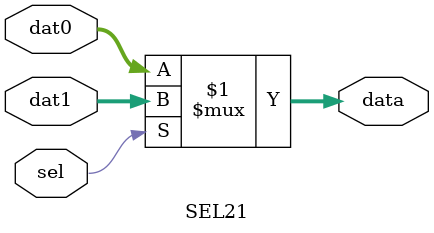
<source format=v>

module SEL21(
    input sel,
    input [31:0]dat0,
    input [31:0]dat1,
    output [31:0]data
);
assign data=sel?dat1:dat0;
endmodule // sel21
</source>
